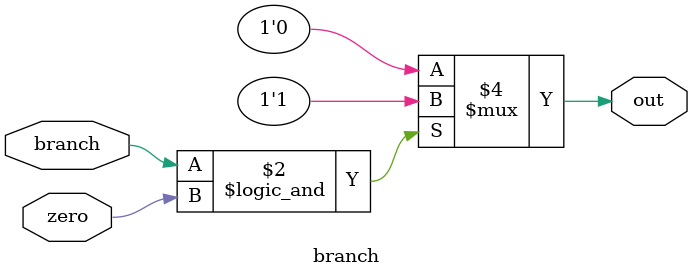
<source format=v>
module branch(branch, zero, out);

    input wire branch;
    input wire zero;
    
    output reg out;

    always @ (*)
    begin: BRANCH
        if(branch && zero)begin
            out <= 1;
        end else begin
            out <= 0;
        end
    end

endmodule
</source>
